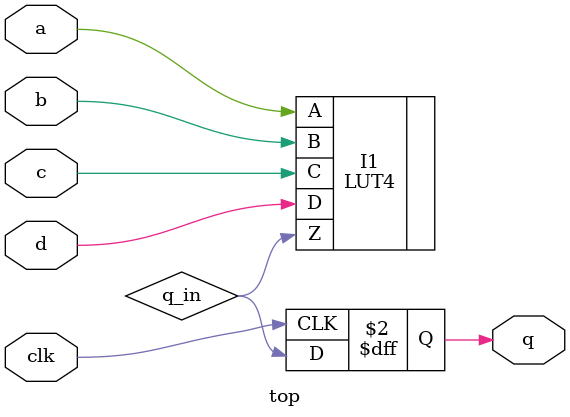
<source format=v>
module top(input a, input b, input c, input d, input clk, output reg q);

wire q_in;

LUT4 #(.init (32'hF444)) I1 ( .A (a), .B (b), .C (c), .D (d), .Z (q_in) );

always @(posedge clk) begin
  q <= q_in;
end

endmodule

</source>
